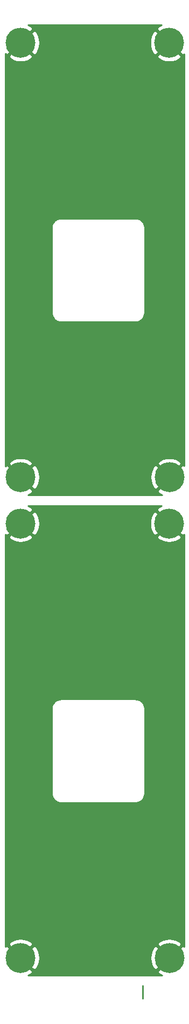
<source format=gbr>
G04 #@! TF.GenerationSoftware,KiCad,Pcbnew,(6.0.5)*
G04 #@! TF.CreationDate,2022-09-16T15:24:00+12:00*
G04 #@! TF.ProjectId,covers,636f7665-7273-42e6-9b69-6361645f7063,rev?*
G04 #@! TF.SameCoordinates,Original*
G04 #@! TF.FileFunction,Copper,L2,Bot*
G04 #@! TF.FilePolarity,Positive*
%FSLAX46Y46*%
G04 Gerber Fmt 4.6, Leading zero omitted, Abs format (unit mm)*
G04 Created by KiCad (PCBNEW (6.0.5)) date 2022-09-16 15:24:00*
%MOMM*%
%LPD*%
G01*
G04 APERTURE LIST*
G04 #@! TA.AperFunction,ComponentPad*
%ADD10C,4.700000*%
G04 #@! TD*
G04 #@! TA.AperFunction,ViaPad*
%ADD11C,10.000000*%
G04 #@! TD*
G04 #@! TA.AperFunction,Conductor*
%ADD12C,0.250000*%
G04 #@! TD*
G04 #@! TA.AperFunction,Conductor*
%ADD13C,0.254000*%
G04 #@! TD*
G04 APERTURE END LIST*
D10*
X132200000Y-110050000D03*
X108800000Y-110050000D03*
X132150000Y-42050000D03*
X108800000Y-42050000D03*
X108800000Y-117300000D03*
X132150000Y-117300000D03*
X108800000Y-185300000D03*
X132200000Y-185300000D03*
D11*
X121100000Y-61850000D03*
X121100000Y-137100000D03*
X121100000Y-179900000D03*
X121100000Y-166900000D03*
D12*
X128000000Y-189600000D02*
X128000000Y-191700000D01*
D13*
X130491298Y-114800927D02*
X130233137Y-115203532D01*
X132150000Y-117120395D01*
X132164143Y-117106253D01*
X132343748Y-117285858D01*
X132329605Y-117300000D01*
X134246468Y-119216863D01*
X134498001Y-119055573D01*
X134498000Y-151280253D01*
X134498000Y-151280254D01*
X134498001Y-183512365D01*
X134296468Y-183383137D01*
X132379605Y-185300000D01*
X132393748Y-185314143D01*
X132214143Y-185493748D01*
X132200000Y-185479605D01*
X130283137Y-187396468D01*
X130541298Y-187799073D01*
X131010482Y-188048000D01*
X109992994Y-188048000D01*
X110458702Y-187799073D01*
X110716863Y-187396468D01*
X108800000Y-185479605D01*
X108785858Y-185493748D01*
X108606253Y-185314143D01*
X108620395Y-185300000D01*
X108979605Y-185300000D01*
X110896468Y-187216863D01*
X111299073Y-186958702D01*
X111574651Y-186439285D01*
X111743601Y-185876087D01*
X111797665Y-185309250D01*
X129200570Y-185309250D01*
X129260008Y-185894233D01*
X129432429Y-186456379D01*
X129700927Y-186958702D01*
X130103532Y-187216863D01*
X132020395Y-185300000D01*
X130103532Y-183383137D01*
X129700927Y-183641298D01*
X129425349Y-184160715D01*
X129256399Y-184723913D01*
X129200570Y-185309250D01*
X111797665Y-185309250D01*
X111799430Y-185290750D01*
X111739992Y-184705767D01*
X111567571Y-184143621D01*
X111299073Y-183641298D01*
X110896468Y-183383137D01*
X108979605Y-185300000D01*
X108620395Y-185300000D01*
X106703532Y-183383137D01*
X106402000Y-183576487D01*
X106402000Y-183203532D01*
X106883137Y-183203532D01*
X108800000Y-185120395D01*
X110716863Y-183203532D01*
X130283137Y-183203532D01*
X132200000Y-185120395D01*
X134116863Y-183203532D01*
X133858702Y-182800927D01*
X133339285Y-182525349D01*
X132776087Y-182356399D01*
X132190750Y-182300570D01*
X131605767Y-182360008D01*
X131043621Y-182532429D01*
X130541298Y-182800927D01*
X130283137Y-183203532D01*
X110716863Y-183203532D01*
X110458702Y-182800927D01*
X109939285Y-182525349D01*
X109376087Y-182356399D01*
X108790750Y-182300570D01*
X108205767Y-182360008D01*
X107643621Y-182532429D01*
X107141298Y-182800927D01*
X106883137Y-183203532D01*
X106402000Y-183203532D01*
X106402000Y-146180254D01*
X113698000Y-146180254D01*
X113698001Y-159619747D01*
X113699721Y-159637213D01*
X113699678Y-159643416D01*
X113700226Y-159649003D01*
X113720627Y-159843099D01*
X113727955Y-159878798D01*
X113734780Y-159914579D01*
X113736403Y-159919952D01*
X113794115Y-160106390D01*
X113808238Y-160139987D01*
X113821883Y-160173760D01*
X113824518Y-160178716D01*
X113917343Y-160350393D01*
X113937704Y-160380580D01*
X113957668Y-160411088D01*
X113961216Y-160415438D01*
X114085620Y-160565816D01*
X114111486Y-160591503D01*
X114136965Y-160617521D01*
X114141290Y-160621099D01*
X114292532Y-160744449D01*
X114322888Y-160764617D01*
X114352943Y-160785197D01*
X114357876Y-160787863D01*
X114357880Y-160787866D01*
X114357884Y-160787868D01*
X114530203Y-160879491D01*
X114563894Y-160893378D01*
X114597377Y-160907729D01*
X114602739Y-160909389D01*
X114789576Y-160965798D01*
X114825320Y-160972875D01*
X114860955Y-160980450D01*
X114866537Y-160981036D01*
X115060487Y-161000053D01*
X115080253Y-161002000D01*
X126919747Y-161002000D01*
X126937223Y-161000279D01*
X126943416Y-161000322D01*
X126949003Y-160999774D01*
X127143099Y-160979373D01*
X127178798Y-160972045D01*
X127214579Y-160965220D01*
X127219950Y-160963598D01*
X127219956Y-160963596D01*
X127406390Y-160905885D01*
X127439987Y-160891762D01*
X127473760Y-160878117D01*
X127478716Y-160875482D01*
X127650393Y-160782657D01*
X127680580Y-160762296D01*
X127711088Y-160742332D01*
X127715438Y-160738784D01*
X127865816Y-160614380D01*
X127891503Y-160588514D01*
X127917521Y-160563035D01*
X127921099Y-160558710D01*
X128044449Y-160407468D01*
X128064617Y-160377112D01*
X128085197Y-160347057D01*
X128087863Y-160342124D01*
X128087866Y-160342120D01*
X128087868Y-160342116D01*
X128179491Y-160169797D01*
X128193378Y-160136106D01*
X128207729Y-160102623D01*
X128209389Y-160097261D01*
X128265798Y-159910424D01*
X128272875Y-159874680D01*
X128280450Y-159839045D01*
X128281036Y-159833463D01*
X128300081Y-159639229D01*
X128302000Y-159619747D01*
X128302000Y-146180253D01*
X128300279Y-146162777D01*
X128300322Y-146156583D01*
X128299774Y-146150997D01*
X128279373Y-145956900D01*
X128272042Y-145921188D01*
X128265220Y-145885421D01*
X128263597Y-145880048D01*
X128263597Y-145880046D01*
X128263595Y-145880040D01*
X128205885Y-145693610D01*
X128191762Y-145660013D01*
X128178117Y-145626240D01*
X128175482Y-145621284D01*
X128082657Y-145449607D01*
X128062279Y-145419395D01*
X128042331Y-145388911D01*
X128038784Y-145384562D01*
X127914380Y-145234184D01*
X127888530Y-145208514D01*
X127863035Y-145182479D01*
X127858710Y-145178901D01*
X127707468Y-145055551D01*
X127677086Y-145035365D01*
X127647057Y-145014804D01*
X127642120Y-145012134D01*
X127469797Y-144920509D01*
X127436123Y-144906630D01*
X127402623Y-144892271D01*
X127397261Y-144890612D01*
X127210425Y-144834202D01*
X127174666Y-144827122D01*
X127139045Y-144819550D01*
X127133462Y-144818964D01*
X126939513Y-144799947D01*
X126919747Y-144798000D01*
X115080253Y-144798000D01*
X115062777Y-144799721D01*
X115056583Y-144799678D01*
X115050997Y-144800226D01*
X114856900Y-144820627D01*
X114821188Y-144827958D01*
X114785421Y-144834780D01*
X114780052Y-144836402D01*
X114780046Y-144836403D01*
X114780040Y-144836405D01*
X114593610Y-144894115D01*
X114560013Y-144908238D01*
X114526240Y-144921883D01*
X114521284Y-144924518D01*
X114349607Y-145017343D01*
X114319395Y-145037721D01*
X114288911Y-145057669D01*
X114284562Y-145061216D01*
X114134184Y-145185620D01*
X114108514Y-145211470D01*
X114082479Y-145236965D01*
X114078901Y-145241290D01*
X113955551Y-145392532D01*
X113935365Y-145422914D01*
X113914804Y-145452943D01*
X113912134Y-145457880D01*
X113820509Y-145630203D01*
X113806630Y-145663877D01*
X113792271Y-145697377D01*
X113790612Y-145702739D01*
X113734202Y-145889575D01*
X113727122Y-145925334D01*
X113719550Y-145960955D01*
X113718964Y-145966538D01*
X113699925Y-146160709D01*
X113698000Y-146180254D01*
X106402000Y-146180254D01*
X106402000Y-119396468D01*
X106883137Y-119396468D01*
X107141298Y-119799073D01*
X107660715Y-120074651D01*
X108223913Y-120243601D01*
X108809250Y-120299430D01*
X109394233Y-120239992D01*
X109956379Y-120067571D01*
X110458702Y-119799073D01*
X110716863Y-119396468D01*
X130233137Y-119396468D01*
X130491298Y-119799073D01*
X131010715Y-120074651D01*
X131573913Y-120243601D01*
X132159250Y-120299430D01*
X132744233Y-120239992D01*
X133306379Y-120067571D01*
X133808702Y-119799073D01*
X134066863Y-119396468D01*
X132150000Y-117479605D01*
X130233137Y-119396468D01*
X110716863Y-119396468D01*
X108800000Y-117479605D01*
X106883137Y-119396468D01*
X106402000Y-119396468D01*
X106402000Y-119023513D01*
X106703532Y-119216863D01*
X108620395Y-117300000D01*
X108979605Y-117300000D01*
X110896468Y-119216863D01*
X111299073Y-118958702D01*
X111574651Y-118439285D01*
X111743601Y-117876087D01*
X111797665Y-117309250D01*
X129150570Y-117309250D01*
X129210008Y-117894233D01*
X129382429Y-118456379D01*
X129650927Y-118958702D01*
X130053532Y-119216863D01*
X131970395Y-117300000D01*
X130053532Y-115383137D01*
X129650927Y-115641298D01*
X129375349Y-116160715D01*
X129206399Y-116723913D01*
X129150570Y-117309250D01*
X111797665Y-117309250D01*
X111799430Y-117290750D01*
X111739992Y-116705767D01*
X111567571Y-116143621D01*
X111299073Y-115641298D01*
X110896468Y-115383137D01*
X108979605Y-117300000D01*
X108620395Y-117300000D01*
X108606253Y-117285858D01*
X108785858Y-117106253D01*
X108800000Y-117120395D01*
X110716863Y-115203532D01*
X110458702Y-114800927D01*
X109989518Y-114552000D01*
X130957006Y-114552000D01*
X130491298Y-114800927D01*
X130491298Y-114800927D02*
X130957006Y-114552000D01*
G04 #@! TA.AperFunction,Conductor*
G36*
X130491298Y-114800927D02*
G01*
X130233137Y-115203532D01*
X132150000Y-117120395D01*
X132164143Y-117106253D01*
X132343748Y-117285858D01*
X132329605Y-117300000D01*
X134246468Y-119216863D01*
X134498001Y-119055573D01*
X134498000Y-151280253D01*
X134498000Y-151280254D01*
X134498001Y-183512365D01*
X134296468Y-183383137D01*
X132379605Y-185300000D01*
X132393748Y-185314143D01*
X132214143Y-185493748D01*
X132200000Y-185479605D01*
X130283137Y-187396468D01*
X130541298Y-187799073D01*
X131010482Y-188048000D01*
X109992994Y-188048000D01*
X110458702Y-187799073D01*
X110716863Y-187396468D01*
X108800000Y-185479605D01*
X108785858Y-185493748D01*
X108606253Y-185314143D01*
X108620395Y-185300000D01*
X108979605Y-185300000D01*
X110896468Y-187216863D01*
X111299073Y-186958702D01*
X111574651Y-186439285D01*
X111743601Y-185876087D01*
X111797665Y-185309250D01*
X129200570Y-185309250D01*
X129260008Y-185894233D01*
X129432429Y-186456379D01*
X129700927Y-186958702D01*
X130103532Y-187216863D01*
X132020395Y-185300000D01*
X130103532Y-183383137D01*
X129700927Y-183641298D01*
X129425349Y-184160715D01*
X129256399Y-184723913D01*
X129200570Y-185309250D01*
X111797665Y-185309250D01*
X111799430Y-185290750D01*
X111739992Y-184705767D01*
X111567571Y-184143621D01*
X111299073Y-183641298D01*
X110896468Y-183383137D01*
X108979605Y-185300000D01*
X108620395Y-185300000D01*
X106703532Y-183383137D01*
X106402000Y-183576487D01*
X106402000Y-183203532D01*
X106883137Y-183203532D01*
X108800000Y-185120395D01*
X110716863Y-183203532D01*
X130283137Y-183203532D01*
X132200000Y-185120395D01*
X134116863Y-183203532D01*
X133858702Y-182800927D01*
X133339285Y-182525349D01*
X132776087Y-182356399D01*
X132190750Y-182300570D01*
X131605767Y-182360008D01*
X131043621Y-182532429D01*
X130541298Y-182800927D01*
X130283137Y-183203532D01*
X110716863Y-183203532D01*
X110458702Y-182800927D01*
X109939285Y-182525349D01*
X109376087Y-182356399D01*
X108790750Y-182300570D01*
X108205767Y-182360008D01*
X107643621Y-182532429D01*
X107141298Y-182800927D01*
X106883137Y-183203532D01*
X106402000Y-183203532D01*
X106402000Y-146180254D01*
X113698000Y-146180254D01*
X113698001Y-159619747D01*
X113699721Y-159637213D01*
X113699678Y-159643416D01*
X113700226Y-159649003D01*
X113720627Y-159843099D01*
X113727955Y-159878798D01*
X113734780Y-159914579D01*
X113736403Y-159919952D01*
X113794115Y-160106390D01*
X113808238Y-160139987D01*
X113821883Y-160173760D01*
X113824518Y-160178716D01*
X113917343Y-160350393D01*
X113937704Y-160380580D01*
X113957668Y-160411088D01*
X113961216Y-160415438D01*
X114085620Y-160565816D01*
X114111486Y-160591503D01*
X114136965Y-160617521D01*
X114141290Y-160621099D01*
X114292532Y-160744449D01*
X114322888Y-160764617D01*
X114352943Y-160785197D01*
X114357876Y-160787863D01*
X114357880Y-160787866D01*
X114357884Y-160787868D01*
X114530203Y-160879491D01*
X114563894Y-160893378D01*
X114597377Y-160907729D01*
X114602739Y-160909389D01*
X114789576Y-160965798D01*
X114825320Y-160972875D01*
X114860955Y-160980450D01*
X114866537Y-160981036D01*
X115060487Y-161000053D01*
X115080253Y-161002000D01*
X126919747Y-161002000D01*
X126937223Y-161000279D01*
X126943416Y-161000322D01*
X126949003Y-160999774D01*
X127143099Y-160979373D01*
X127178798Y-160972045D01*
X127214579Y-160965220D01*
X127219950Y-160963598D01*
X127219956Y-160963596D01*
X127406390Y-160905885D01*
X127439987Y-160891762D01*
X127473760Y-160878117D01*
X127478716Y-160875482D01*
X127650393Y-160782657D01*
X127680580Y-160762296D01*
X127711088Y-160742332D01*
X127715438Y-160738784D01*
X127865816Y-160614380D01*
X127891503Y-160588514D01*
X127917521Y-160563035D01*
X127921099Y-160558710D01*
X128044449Y-160407468D01*
X128064617Y-160377112D01*
X128085197Y-160347057D01*
X128087863Y-160342124D01*
X128087866Y-160342120D01*
X128087868Y-160342116D01*
X128179491Y-160169797D01*
X128193378Y-160136106D01*
X128207729Y-160102623D01*
X128209389Y-160097261D01*
X128265798Y-159910424D01*
X128272875Y-159874680D01*
X128280450Y-159839045D01*
X128281036Y-159833463D01*
X128300081Y-159639229D01*
X128302000Y-159619747D01*
X128302000Y-146180253D01*
X128300279Y-146162777D01*
X128300322Y-146156583D01*
X128299774Y-146150997D01*
X128279373Y-145956900D01*
X128272042Y-145921188D01*
X128265220Y-145885421D01*
X128263597Y-145880048D01*
X128263597Y-145880046D01*
X128263595Y-145880040D01*
X128205885Y-145693610D01*
X128191762Y-145660013D01*
X128178117Y-145626240D01*
X128175482Y-145621284D01*
X128082657Y-145449607D01*
X128062279Y-145419395D01*
X128042331Y-145388911D01*
X128038784Y-145384562D01*
X127914380Y-145234184D01*
X127888530Y-145208514D01*
X127863035Y-145182479D01*
X127858710Y-145178901D01*
X127707468Y-145055551D01*
X127677086Y-145035365D01*
X127647057Y-145014804D01*
X127642120Y-145012134D01*
X127469797Y-144920509D01*
X127436123Y-144906630D01*
X127402623Y-144892271D01*
X127397261Y-144890612D01*
X127210425Y-144834202D01*
X127174666Y-144827122D01*
X127139045Y-144819550D01*
X127133462Y-144818964D01*
X126939513Y-144799947D01*
X126919747Y-144798000D01*
X115080253Y-144798000D01*
X115062777Y-144799721D01*
X115056583Y-144799678D01*
X115050997Y-144800226D01*
X114856900Y-144820627D01*
X114821188Y-144827958D01*
X114785421Y-144834780D01*
X114780052Y-144836402D01*
X114780046Y-144836403D01*
X114780040Y-144836405D01*
X114593610Y-144894115D01*
X114560013Y-144908238D01*
X114526240Y-144921883D01*
X114521284Y-144924518D01*
X114349607Y-145017343D01*
X114319395Y-145037721D01*
X114288911Y-145057669D01*
X114284562Y-145061216D01*
X114134184Y-145185620D01*
X114108514Y-145211470D01*
X114082479Y-145236965D01*
X114078901Y-145241290D01*
X113955551Y-145392532D01*
X113935365Y-145422914D01*
X113914804Y-145452943D01*
X113912134Y-145457880D01*
X113820509Y-145630203D01*
X113806630Y-145663877D01*
X113792271Y-145697377D01*
X113790612Y-145702739D01*
X113734202Y-145889575D01*
X113727122Y-145925334D01*
X113719550Y-145960955D01*
X113718964Y-145966538D01*
X113699925Y-146160709D01*
X113698000Y-146180254D01*
X106402000Y-146180254D01*
X106402000Y-119396468D01*
X106883137Y-119396468D01*
X107141298Y-119799073D01*
X107660715Y-120074651D01*
X108223913Y-120243601D01*
X108809250Y-120299430D01*
X109394233Y-120239992D01*
X109956379Y-120067571D01*
X110458702Y-119799073D01*
X110716863Y-119396468D01*
X130233137Y-119396468D01*
X130491298Y-119799073D01*
X131010715Y-120074651D01*
X131573913Y-120243601D01*
X132159250Y-120299430D01*
X132744233Y-120239992D01*
X133306379Y-120067571D01*
X133808702Y-119799073D01*
X134066863Y-119396468D01*
X132150000Y-117479605D01*
X130233137Y-119396468D01*
X110716863Y-119396468D01*
X108800000Y-117479605D01*
X106883137Y-119396468D01*
X106402000Y-119396468D01*
X106402000Y-119023513D01*
X106703532Y-119216863D01*
X108620395Y-117300000D01*
X108979605Y-117300000D01*
X110896468Y-119216863D01*
X111299073Y-118958702D01*
X111574651Y-118439285D01*
X111743601Y-117876087D01*
X111797665Y-117309250D01*
X129150570Y-117309250D01*
X129210008Y-117894233D01*
X129382429Y-118456379D01*
X129650927Y-118958702D01*
X130053532Y-119216863D01*
X131970395Y-117300000D01*
X130053532Y-115383137D01*
X129650927Y-115641298D01*
X129375349Y-116160715D01*
X129206399Y-116723913D01*
X129150570Y-117309250D01*
X111797665Y-117309250D01*
X111799430Y-117290750D01*
X111739992Y-116705767D01*
X111567571Y-116143621D01*
X111299073Y-115641298D01*
X110896468Y-115383137D01*
X108979605Y-117300000D01*
X108620395Y-117300000D01*
X108606253Y-117285858D01*
X108785858Y-117106253D01*
X108800000Y-117120395D01*
X110716863Y-115203532D01*
X110458702Y-114800927D01*
X109989518Y-114552000D01*
X130957006Y-114552000D01*
X130491298Y-114800927D01*
G37*
G04 #@! TD.AperFunction*
X130491298Y-39550927D02*
X130233137Y-39953532D01*
X132150000Y-41870395D01*
X132164143Y-41856253D01*
X132343748Y-42035858D01*
X132329605Y-42050000D01*
X134246468Y-43966863D01*
X134498001Y-43805573D01*
X134498000Y-76030253D01*
X134498000Y-76030254D01*
X134498001Y-108262365D01*
X134296468Y-108133137D01*
X132379605Y-110050000D01*
X132393748Y-110064143D01*
X132214143Y-110243748D01*
X132200000Y-110229605D01*
X130283137Y-112146468D01*
X130541298Y-112549073D01*
X131010482Y-112798000D01*
X109992994Y-112798000D01*
X110458702Y-112549073D01*
X110716863Y-112146468D01*
X108800000Y-110229605D01*
X108785858Y-110243748D01*
X108606253Y-110064143D01*
X108620395Y-110050000D01*
X108979605Y-110050000D01*
X110896468Y-111966863D01*
X111299073Y-111708702D01*
X111574651Y-111189285D01*
X111743601Y-110626087D01*
X111797665Y-110059250D01*
X129200570Y-110059250D01*
X129260008Y-110644233D01*
X129432429Y-111206379D01*
X129700927Y-111708702D01*
X130103532Y-111966863D01*
X132020395Y-110050000D01*
X130103532Y-108133137D01*
X129700927Y-108391298D01*
X129425349Y-108910715D01*
X129256399Y-109473913D01*
X129200570Y-110059250D01*
X111797665Y-110059250D01*
X111799430Y-110040750D01*
X111739992Y-109455767D01*
X111567571Y-108893621D01*
X111299073Y-108391298D01*
X110896468Y-108133137D01*
X108979605Y-110050000D01*
X108620395Y-110050000D01*
X106703532Y-108133137D01*
X106402000Y-108326487D01*
X106402000Y-107953532D01*
X106883137Y-107953532D01*
X108800000Y-109870395D01*
X110716863Y-107953532D01*
X130283137Y-107953532D01*
X132200000Y-109870395D01*
X134116863Y-107953532D01*
X133858702Y-107550927D01*
X133339285Y-107275349D01*
X132776087Y-107106399D01*
X132190750Y-107050570D01*
X131605767Y-107110008D01*
X131043621Y-107282429D01*
X130541298Y-107550927D01*
X130283137Y-107953532D01*
X110716863Y-107953532D01*
X110458702Y-107550927D01*
X109939285Y-107275349D01*
X109376087Y-107106399D01*
X108790750Y-107050570D01*
X108205767Y-107110008D01*
X107643621Y-107282429D01*
X107141298Y-107550927D01*
X106883137Y-107953532D01*
X106402000Y-107953532D01*
X106402000Y-70930254D01*
X113698000Y-70930254D01*
X113698001Y-84369747D01*
X113699721Y-84387213D01*
X113699678Y-84393416D01*
X113700226Y-84399003D01*
X113720627Y-84593099D01*
X113727955Y-84628798D01*
X113734780Y-84664579D01*
X113736403Y-84669952D01*
X113794115Y-84856390D01*
X113808238Y-84889987D01*
X113821883Y-84923760D01*
X113824518Y-84928716D01*
X113917343Y-85100393D01*
X113937704Y-85130580D01*
X113957668Y-85161088D01*
X113961216Y-85165438D01*
X114085620Y-85315816D01*
X114111486Y-85341503D01*
X114136965Y-85367521D01*
X114141290Y-85371099D01*
X114292532Y-85494449D01*
X114322888Y-85514617D01*
X114352943Y-85535197D01*
X114357876Y-85537863D01*
X114357880Y-85537866D01*
X114357884Y-85537868D01*
X114530203Y-85629491D01*
X114563894Y-85643378D01*
X114597377Y-85657729D01*
X114602739Y-85659389D01*
X114789576Y-85715798D01*
X114825320Y-85722875D01*
X114860955Y-85730450D01*
X114866537Y-85731036D01*
X115060487Y-85750053D01*
X115080253Y-85752000D01*
X126919747Y-85752000D01*
X126937223Y-85750279D01*
X126943416Y-85750322D01*
X126949003Y-85749774D01*
X127143099Y-85729373D01*
X127178798Y-85722045D01*
X127214579Y-85715220D01*
X127219950Y-85713598D01*
X127219956Y-85713596D01*
X127406390Y-85655885D01*
X127439987Y-85641762D01*
X127473760Y-85628117D01*
X127478716Y-85625482D01*
X127650393Y-85532657D01*
X127680580Y-85512296D01*
X127711088Y-85492332D01*
X127715438Y-85488784D01*
X127865816Y-85364380D01*
X127891503Y-85338514D01*
X127917521Y-85313035D01*
X127921099Y-85308710D01*
X128044449Y-85157468D01*
X128064617Y-85127112D01*
X128085197Y-85097057D01*
X128087863Y-85092124D01*
X128087866Y-85092120D01*
X128087868Y-85092116D01*
X128179491Y-84919797D01*
X128193378Y-84886106D01*
X128207729Y-84852623D01*
X128209389Y-84847261D01*
X128265798Y-84660424D01*
X128272875Y-84624680D01*
X128280450Y-84589045D01*
X128281036Y-84583463D01*
X128300081Y-84389229D01*
X128302000Y-84369747D01*
X128302000Y-70930253D01*
X128300279Y-70912777D01*
X128300322Y-70906583D01*
X128299774Y-70900997D01*
X128279373Y-70706900D01*
X128272042Y-70671188D01*
X128265220Y-70635421D01*
X128263597Y-70630048D01*
X128263597Y-70630046D01*
X128263595Y-70630040D01*
X128205885Y-70443610D01*
X128191762Y-70410013D01*
X128178117Y-70376240D01*
X128175482Y-70371284D01*
X128082657Y-70199607D01*
X128062279Y-70169395D01*
X128042331Y-70138911D01*
X128038784Y-70134562D01*
X127914380Y-69984184D01*
X127888530Y-69958514D01*
X127863035Y-69932479D01*
X127858710Y-69928901D01*
X127707468Y-69805551D01*
X127677086Y-69785365D01*
X127647057Y-69764804D01*
X127642120Y-69762134D01*
X127469797Y-69670509D01*
X127436123Y-69656630D01*
X127402623Y-69642271D01*
X127397261Y-69640612D01*
X127210425Y-69584202D01*
X127174666Y-69577122D01*
X127139045Y-69569550D01*
X127133462Y-69568964D01*
X126939513Y-69549947D01*
X126919747Y-69548000D01*
X115080253Y-69548000D01*
X115062777Y-69549721D01*
X115056583Y-69549678D01*
X115050997Y-69550226D01*
X114856900Y-69570627D01*
X114821188Y-69577958D01*
X114785421Y-69584780D01*
X114780052Y-69586402D01*
X114780046Y-69586403D01*
X114780040Y-69586405D01*
X114593610Y-69644115D01*
X114560013Y-69658238D01*
X114526240Y-69671883D01*
X114521284Y-69674518D01*
X114349607Y-69767343D01*
X114319395Y-69787721D01*
X114288911Y-69807669D01*
X114284562Y-69811216D01*
X114134184Y-69935620D01*
X114108514Y-69961470D01*
X114082479Y-69986965D01*
X114078901Y-69991290D01*
X113955551Y-70142532D01*
X113935365Y-70172914D01*
X113914804Y-70202943D01*
X113912134Y-70207880D01*
X113820509Y-70380203D01*
X113806630Y-70413877D01*
X113792271Y-70447377D01*
X113790612Y-70452739D01*
X113734202Y-70639575D01*
X113727122Y-70675334D01*
X113719550Y-70710955D01*
X113718964Y-70716538D01*
X113699925Y-70910709D01*
X113698000Y-70930254D01*
X106402000Y-70930254D01*
X106402000Y-44146468D01*
X106883137Y-44146468D01*
X107141298Y-44549073D01*
X107660715Y-44824651D01*
X108223913Y-44993601D01*
X108809250Y-45049430D01*
X109394233Y-44989992D01*
X109956379Y-44817571D01*
X110458702Y-44549073D01*
X110716863Y-44146468D01*
X130233137Y-44146468D01*
X130491298Y-44549073D01*
X131010715Y-44824651D01*
X131573913Y-44993601D01*
X132159250Y-45049430D01*
X132744233Y-44989992D01*
X133306379Y-44817571D01*
X133808702Y-44549073D01*
X134066863Y-44146468D01*
X132150000Y-42229605D01*
X130233137Y-44146468D01*
X110716863Y-44146468D01*
X108800000Y-42229605D01*
X106883137Y-44146468D01*
X106402000Y-44146468D01*
X106402000Y-43773513D01*
X106703532Y-43966863D01*
X108620395Y-42050000D01*
X108979605Y-42050000D01*
X110896468Y-43966863D01*
X111299073Y-43708702D01*
X111574651Y-43189285D01*
X111743601Y-42626087D01*
X111797665Y-42059250D01*
X129150570Y-42059250D01*
X129210008Y-42644233D01*
X129382429Y-43206379D01*
X129650927Y-43708702D01*
X130053532Y-43966863D01*
X131970395Y-42050000D01*
X130053532Y-40133137D01*
X129650927Y-40391298D01*
X129375349Y-40910715D01*
X129206399Y-41473913D01*
X129150570Y-42059250D01*
X111797665Y-42059250D01*
X111799430Y-42040750D01*
X111739992Y-41455767D01*
X111567571Y-40893621D01*
X111299073Y-40391298D01*
X110896468Y-40133137D01*
X108979605Y-42050000D01*
X108620395Y-42050000D01*
X108606253Y-42035858D01*
X108785858Y-41856253D01*
X108800000Y-41870395D01*
X110716863Y-39953532D01*
X110458702Y-39550927D01*
X109989518Y-39302000D01*
X130957006Y-39302000D01*
X130491298Y-39550927D01*
X130491298Y-39550927D02*
X130957006Y-39302000D01*
G04 #@! TA.AperFunction,Conductor*
G36*
X130491298Y-39550927D02*
G01*
X130233137Y-39953532D01*
X132150000Y-41870395D01*
X132164143Y-41856253D01*
X132343748Y-42035858D01*
X132329605Y-42050000D01*
X134246468Y-43966863D01*
X134498001Y-43805573D01*
X134498000Y-76030253D01*
X134498000Y-76030254D01*
X134498001Y-108262365D01*
X134296468Y-108133137D01*
X132379605Y-110050000D01*
X132393748Y-110064143D01*
X132214143Y-110243748D01*
X132200000Y-110229605D01*
X130283137Y-112146468D01*
X130541298Y-112549073D01*
X131010482Y-112798000D01*
X109992994Y-112798000D01*
X110458702Y-112549073D01*
X110716863Y-112146468D01*
X108800000Y-110229605D01*
X108785858Y-110243748D01*
X108606253Y-110064143D01*
X108620395Y-110050000D01*
X108979605Y-110050000D01*
X110896468Y-111966863D01*
X111299073Y-111708702D01*
X111574651Y-111189285D01*
X111743601Y-110626087D01*
X111797665Y-110059250D01*
X129200570Y-110059250D01*
X129260008Y-110644233D01*
X129432429Y-111206379D01*
X129700927Y-111708702D01*
X130103532Y-111966863D01*
X132020395Y-110050000D01*
X130103532Y-108133137D01*
X129700927Y-108391298D01*
X129425349Y-108910715D01*
X129256399Y-109473913D01*
X129200570Y-110059250D01*
X111797665Y-110059250D01*
X111799430Y-110040750D01*
X111739992Y-109455767D01*
X111567571Y-108893621D01*
X111299073Y-108391298D01*
X110896468Y-108133137D01*
X108979605Y-110050000D01*
X108620395Y-110050000D01*
X106703532Y-108133137D01*
X106402000Y-108326487D01*
X106402000Y-107953532D01*
X106883137Y-107953532D01*
X108800000Y-109870395D01*
X110716863Y-107953532D01*
X130283137Y-107953532D01*
X132200000Y-109870395D01*
X134116863Y-107953532D01*
X133858702Y-107550927D01*
X133339285Y-107275349D01*
X132776087Y-107106399D01*
X132190750Y-107050570D01*
X131605767Y-107110008D01*
X131043621Y-107282429D01*
X130541298Y-107550927D01*
X130283137Y-107953532D01*
X110716863Y-107953532D01*
X110458702Y-107550927D01*
X109939285Y-107275349D01*
X109376087Y-107106399D01*
X108790750Y-107050570D01*
X108205767Y-107110008D01*
X107643621Y-107282429D01*
X107141298Y-107550927D01*
X106883137Y-107953532D01*
X106402000Y-107953532D01*
X106402000Y-70930254D01*
X113698000Y-70930254D01*
X113698001Y-84369747D01*
X113699721Y-84387213D01*
X113699678Y-84393416D01*
X113700226Y-84399003D01*
X113720627Y-84593099D01*
X113727955Y-84628798D01*
X113734780Y-84664579D01*
X113736403Y-84669952D01*
X113794115Y-84856390D01*
X113808238Y-84889987D01*
X113821883Y-84923760D01*
X113824518Y-84928716D01*
X113917343Y-85100393D01*
X113937704Y-85130580D01*
X113957668Y-85161088D01*
X113961216Y-85165438D01*
X114085620Y-85315816D01*
X114111486Y-85341503D01*
X114136965Y-85367521D01*
X114141290Y-85371099D01*
X114292532Y-85494449D01*
X114322888Y-85514617D01*
X114352943Y-85535197D01*
X114357876Y-85537863D01*
X114357880Y-85537866D01*
X114357884Y-85537868D01*
X114530203Y-85629491D01*
X114563894Y-85643378D01*
X114597377Y-85657729D01*
X114602739Y-85659389D01*
X114789576Y-85715798D01*
X114825320Y-85722875D01*
X114860955Y-85730450D01*
X114866537Y-85731036D01*
X115060487Y-85750053D01*
X115080253Y-85752000D01*
X126919747Y-85752000D01*
X126937223Y-85750279D01*
X126943416Y-85750322D01*
X126949003Y-85749774D01*
X127143099Y-85729373D01*
X127178798Y-85722045D01*
X127214579Y-85715220D01*
X127219950Y-85713598D01*
X127219956Y-85713596D01*
X127406390Y-85655885D01*
X127439987Y-85641762D01*
X127473760Y-85628117D01*
X127478716Y-85625482D01*
X127650393Y-85532657D01*
X127680580Y-85512296D01*
X127711088Y-85492332D01*
X127715438Y-85488784D01*
X127865816Y-85364380D01*
X127891503Y-85338514D01*
X127917521Y-85313035D01*
X127921099Y-85308710D01*
X128044449Y-85157468D01*
X128064617Y-85127112D01*
X128085197Y-85097057D01*
X128087863Y-85092124D01*
X128087866Y-85092120D01*
X128087868Y-85092116D01*
X128179491Y-84919797D01*
X128193378Y-84886106D01*
X128207729Y-84852623D01*
X128209389Y-84847261D01*
X128265798Y-84660424D01*
X128272875Y-84624680D01*
X128280450Y-84589045D01*
X128281036Y-84583463D01*
X128300081Y-84389229D01*
X128302000Y-84369747D01*
X128302000Y-70930253D01*
X128300279Y-70912777D01*
X128300322Y-70906583D01*
X128299774Y-70900997D01*
X128279373Y-70706900D01*
X128272042Y-70671188D01*
X128265220Y-70635421D01*
X128263597Y-70630048D01*
X128263597Y-70630046D01*
X128263595Y-70630040D01*
X128205885Y-70443610D01*
X128191762Y-70410013D01*
X128178117Y-70376240D01*
X128175482Y-70371284D01*
X128082657Y-70199607D01*
X128062279Y-70169395D01*
X128042331Y-70138911D01*
X128038784Y-70134562D01*
X127914380Y-69984184D01*
X127888530Y-69958514D01*
X127863035Y-69932479D01*
X127858710Y-69928901D01*
X127707468Y-69805551D01*
X127677086Y-69785365D01*
X127647057Y-69764804D01*
X127642120Y-69762134D01*
X127469797Y-69670509D01*
X127436123Y-69656630D01*
X127402623Y-69642271D01*
X127397261Y-69640612D01*
X127210425Y-69584202D01*
X127174666Y-69577122D01*
X127139045Y-69569550D01*
X127133462Y-69568964D01*
X126939513Y-69549947D01*
X126919747Y-69548000D01*
X115080253Y-69548000D01*
X115062777Y-69549721D01*
X115056583Y-69549678D01*
X115050997Y-69550226D01*
X114856900Y-69570627D01*
X114821188Y-69577958D01*
X114785421Y-69584780D01*
X114780052Y-69586402D01*
X114780046Y-69586403D01*
X114780040Y-69586405D01*
X114593610Y-69644115D01*
X114560013Y-69658238D01*
X114526240Y-69671883D01*
X114521284Y-69674518D01*
X114349607Y-69767343D01*
X114319395Y-69787721D01*
X114288911Y-69807669D01*
X114284562Y-69811216D01*
X114134184Y-69935620D01*
X114108514Y-69961470D01*
X114082479Y-69986965D01*
X114078901Y-69991290D01*
X113955551Y-70142532D01*
X113935365Y-70172914D01*
X113914804Y-70202943D01*
X113912134Y-70207880D01*
X113820509Y-70380203D01*
X113806630Y-70413877D01*
X113792271Y-70447377D01*
X113790612Y-70452739D01*
X113734202Y-70639575D01*
X113727122Y-70675334D01*
X113719550Y-70710955D01*
X113718964Y-70716538D01*
X113699925Y-70910709D01*
X113698000Y-70930254D01*
X106402000Y-70930254D01*
X106402000Y-44146468D01*
X106883137Y-44146468D01*
X107141298Y-44549073D01*
X107660715Y-44824651D01*
X108223913Y-44993601D01*
X108809250Y-45049430D01*
X109394233Y-44989992D01*
X109956379Y-44817571D01*
X110458702Y-44549073D01*
X110716863Y-44146468D01*
X130233137Y-44146468D01*
X130491298Y-44549073D01*
X131010715Y-44824651D01*
X131573913Y-44993601D01*
X132159250Y-45049430D01*
X132744233Y-44989992D01*
X133306379Y-44817571D01*
X133808702Y-44549073D01*
X134066863Y-44146468D01*
X132150000Y-42229605D01*
X130233137Y-44146468D01*
X110716863Y-44146468D01*
X108800000Y-42229605D01*
X106883137Y-44146468D01*
X106402000Y-44146468D01*
X106402000Y-43773513D01*
X106703532Y-43966863D01*
X108620395Y-42050000D01*
X108979605Y-42050000D01*
X110896468Y-43966863D01*
X111299073Y-43708702D01*
X111574651Y-43189285D01*
X111743601Y-42626087D01*
X111797665Y-42059250D01*
X129150570Y-42059250D01*
X129210008Y-42644233D01*
X129382429Y-43206379D01*
X129650927Y-43708702D01*
X130053532Y-43966863D01*
X131970395Y-42050000D01*
X130053532Y-40133137D01*
X129650927Y-40391298D01*
X129375349Y-40910715D01*
X129206399Y-41473913D01*
X129150570Y-42059250D01*
X111797665Y-42059250D01*
X111799430Y-42040750D01*
X111739992Y-41455767D01*
X111567571Y-40893621D01*
X111299073Y-40391298D01*
X110896468Y-40133137D01*
X108979605Y-42050000D01*
X108620395Y-42050000D01*
X108606253Y-42035858D01*
X108785858Y-41856253D01*
X108800000Y-41870395D01*
X110716863Y-39953532D01*
X110458702Y-39550927D01*
X109989518Y-39302000D01*
X130957006Y-39302000D01*
X130491298Y-39550927D01*
G37*
G04 #@! TD.AperFunction*
M02*

</source>
